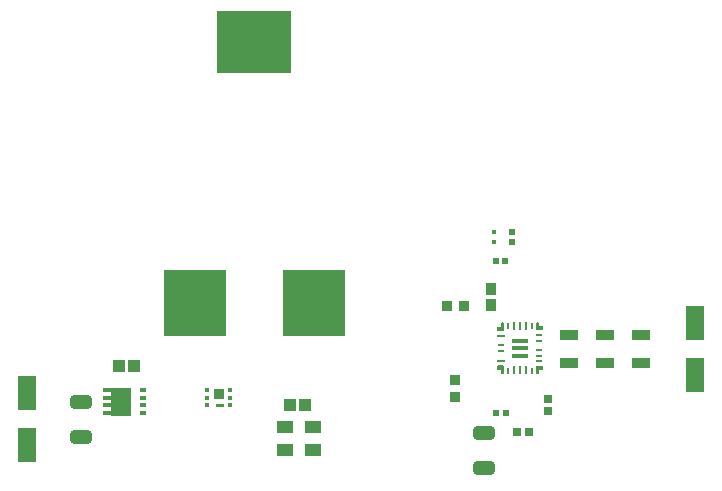
<source format=gtp>
G04*
G04 #@! TF.GenerationSoftware,Altium Limited,Altium Designer,22.0.2 (36)*
G04*
G04 Layer_Color=8421504*
%FSLAX25Y25*%
%MOIN*%
G70*
G04*
G04 #@! TF.SameCoordinates,2399AC83-C245-47A7-85CA-B2C80BF99C82*
G04*
G04*
G04 #@! TF.FilePolarity,Positive*
G04*
G01*
G75*
%ADD19R,0.02205X0.02047*%
%ADD20R,0.01772X0.01772*%
%ADD21R,0.02362X0.02008*%
%ADD22R,0.03661X0.03740*%
%ADD23R,0.02008X0.02362*%
%ADD24R,0.02559X0.02559*%
%ADD25R,0.06127X0.03765*%
%ADD26R,0.20984X0.22008*%
%ADD27R,0.25000X0.20787*%
%ADD28R,0.06299X0.11811*%
G04:AMPARAMS|DCode=29|XSize=71.65mil|YSize=45.28mil|CornerRadius=12.22mil|HoleSize=0mil|Usage=FLASHONLY|Rotation=0.000|XOffset=0mil|YOffset=0mil|HoleType=Round|Shape=RoundedRectangle|*
%AMROUNDEDRECTD29*
21,1,0.07165,0.02083,0,0,0.0*
21,1,0.04720,0.04528,0,0,0.0*
1,1,0.02445,0.02360,-0.01041*
1,1,0.02445,-0.02360,-0.01041*
1,1,0.02445,-0.02360,0.01041*
1,1,0.02445,0.02360,0.01041*
%
%ADD29ROUNDEDRECTD29*%
%ADD30R,0.02559X0.02559*%
%ADD31R,0.03661X0.03976*%
%ADD32R,0.05544X0.03963*%
%ADD33R,0.05610X0.01476*%
%ADD34R,0.02657X0.00984*%
%ADD35R,0.02362X0.00984*%
%ADD36C,0.01308*%
%ADD37R,0.00984X0.02362*%
%ADD38R,0.00984X0.02854*%
%ADD39C,0.01019*%
%ADD40R,0.02461X0.00984*%
%ADD41C,0.01141*%
%ADD42C,0.01206*%
%ADD43R,0.02362X0.01181*%
%ADD44R,0.02500X0.01181*%
%ADD45R,0.06988X0.09646*%
%ADD46R,0.04331X0.03937*%
%ADD47R,0.01772X0.01181*%
%ADD48R,0.03740X0.03661*%
G36*
X249919Y196439D02*
X249919Y195258D01*
X251100D01*
X251297Y195061D01*
Y194077D01*
X251100Y193880D01*
X249230D01*
X249033Y194077D01*
X249033Y196439D01*
X249230Y196636D01*
X249722D01*
X249919Y196439D01*
D02*
G37*
G36*
X238014Y196636D02*
X238211Y196439D01*
Y193781D01*
X238014Y193584D01*
X236144Y193584D01*
X235947Y193781D01*
X235947Y194962D01*
X236144Y195159D01*
X237325D01*
Y196439D01*
X237522Y196636D01*
X238014D01*
Y196636D01*
D02*
G37*
G36*
X251297Y181872D02*
Y180888D01*
X251100Y180691D01*
X249919D01*
X249919Y179510D01*
X249722Y179313D01*
X249230D01*
X249033Y179510D01*
Y181872D01*
X249230Y182069D01*
X251100D01*
X251297Y181872D01*
D02*
G37*
G36*
X238211Y182167D02*
Y179510D01*
X238014Y179313D01*
X237522D01*
X237325Y179510D01*
Y180789D01*
X236144D01*
X235947Y180986D01*
X235947Y182167D01*
X236144Y182364D01*
X238014D01*
X238211Y182167D01*
D02*
G37*
G36*
X144840Y174409D02*
X144878Y174398D01*
X144914Y174379D01*
X144944Y174354D01*
X144970Y174323D01*
X144988Y174288D01*
X145000Y174250D01*
X145004Y174210D01*
Y171231D01*
X145000Y171191D01*
X144988Y171153D01*
X144970Y171118D01*
X144944Y171087D01*
X144914Y171062D01*
X144878Y171043D01*
X144840Y171031D01*
X144801Y171028D01*
X141664D01*
X141624Y171031D01*
X141586Y171043D01*
X141551Y171062D01*
X141520Y171087D01*
X141495Y171118D01*
X141476Y171153D01*
X141464Y171191D01*
X141461Y171231D01*
Y174210D01*
X141464Y174250D01*
X141476Y174288D01*
X141495Y174323D01*
X141520Y174354D01*
X141551Y174379D01*
X141586Y174398D01*
X141624Y174409D01*
X141664Y174413D01*
X144801D01*
X144840Y174409D01*
D02*
G37*
G36*
X144828Y169449D02*
X144864Y169438D01*
X144898Y169420D01*
X144927Y169396D01*
X144951Y169367D01*
X144969Y169333D01*
X144981Y169297D01*
X144984Y169259D01*
Y168505D01*
X144981Y168467D01*
X144969Y168431D01*
X144951Y168397D01*
X144927Y168368D01*
X144898Y168344D01*
X144864Y168326D01*
X144828Y168315D01*
X144790Y168311D01*
X142422D01*
X142385Y168315D01*
X142348Y168326D01*
X142315Y168344D01*
X142285Y168368D01*
X142261Y168397D01*
X142243Y168431D01*
X142232Y168467D01*
X142228Y168505D01*
Y169259D01*
X142232Y169297D01*
X142243Y169333D01*
X142261Y169367D01*
X142285Y169396D01*
X142315Y169420D01*
X142348Y169438D01*
X142385Y169449D01*
X142422Y169453D01*
X144790D01*
X144828Y169449D01*
D02*
G37*
D19*
X235535Y217000D02*
D03*
X238606D02*
D03*
D20*
X235071Y223425D02*
D03*
Y226575D02*
D03*
D21*
X241071Y226752D02*
D03*
Y223248D02*
D03*
D22*
X222071Y177406D02*
D03*
Y171595D02*
D03*
D23*
X235571Y166248D02*
D03*
X239075D02*
D03*
D24*
X246539Y160000D02*
D03*
X242602D02*
D03*
D25*
X272071Y192347D02*
D03*
Y183095D02*
D03*
X284071Y192374D02*
D03*
Y183122D02*
D03*
X260071Y192374D02*
D03*
Y183122D02*
D03*
D26*
X175071Y203000D02*
D03*
X135110D02*
D03*
D27*
X155090Y289910D02*
D03*
D28*
X79141Y173161D02*
D03*
Y155839D02*
D03*
X302013Y196409D02*
D03*
Y179087D02*
D03*
D29*
X97141Y170000D02*
D03*
Y158307D02*
D03*
X231571Y159676D02*
D03*
Y147983D02*
D03*
D30*
X253071Y167032D02*
D03*
Y170968D02*
D03*
D31*
X234071Y202209D02*
D03*
Y207791D02*
D03*
D32*
X174573Y161589D02*
D03*
Y154102D02*
D03*
X165272Y161589D02*
D03*
Y154102D02*
D03*
D33*
X243624Y190435D02*
D03*
Y187974D02*
D03*
Y185513D02*
D03*
D34*
X237276Y183840D02*
D03*
Y192108D02*
D03*
D35*
X237128Y186990D02*
D03*
Y188958D02*
D03*
D36*
X237362Y194433D02*
D03*
D37*
X239687Y195455D02*
D03*
X247561D02*
D03*
Y180494D02*
D03*
X239687D02*
D03*
D38*
X241655Y195208D02*
D03*
X243624D02*
D03*
X245592D02*
D03*
Y180740D02*
D03*
X243624D02*
D03*
X241655D02*
D03*
D39*
X250731Y194446D02*
D03*
D40*
X250071Y192403D02*
D03*
Y190435D02*
D03*
Y187482D02*
D03*
Y185513D02*
D03*
Y183545D02*
D03*
D41*
X249741Y181435D02*
D03*
D42*
X237503D02*
D03*
D43*
X118071Y166323D02*
D03*
Y168882D02*
D03*
Y171441D02*
D03*
Y174000D02*
D03*
D44*
X105935D02*
D03*
Y171441D02*
D03*
Y168882D02*
D03*
Y166323D02*
D03*
D45*
X110679Y170161D02*
D03*
D46*
X115071Y182000D02*
D03*
X109953D02*
D03*
X166953Y169000D02*
D03*
X172071D02*
D03*
D47*
X139394Y174000D02*
D03*
Y171441D02*
D03*
Y168882D02*
D03*
X147071D02*
D03*
Y171441D02*
D03*
Y174000D02*
D03*
D48*
X219165Y202000D02*
D03*
X224976D02*
D03*
M02*

</source>
